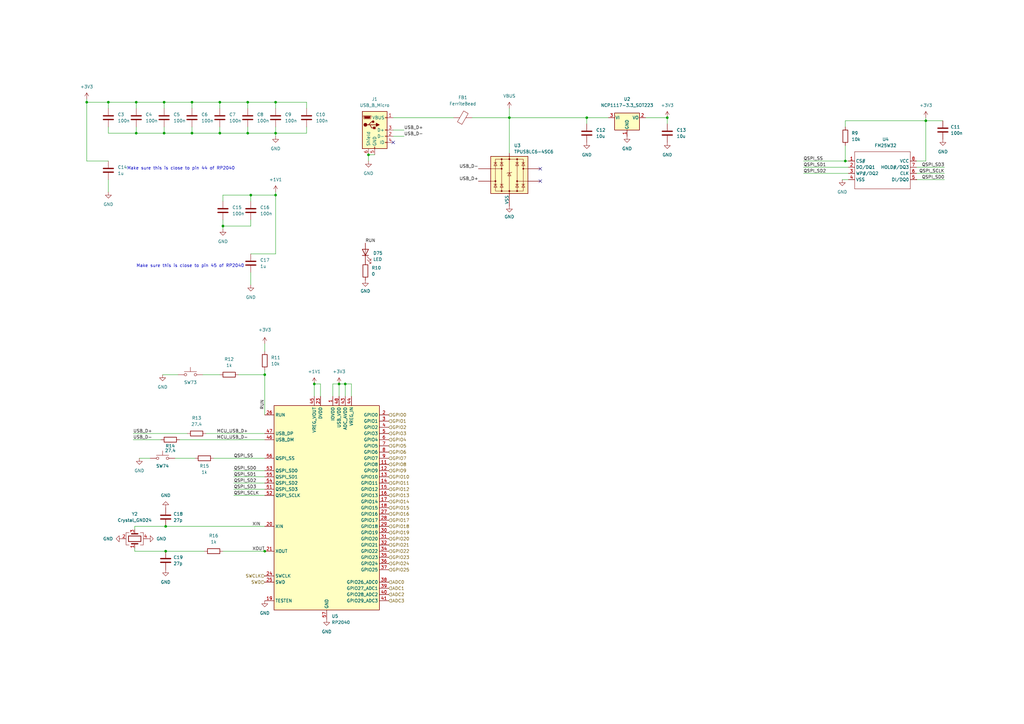
<source format=kicad_sch>
(kicad_sch (version 20211123) (generator eeschema)
  (paper "A3")
  (lib_symbols
    (symbol "Connector:USB_B_Micro" (pin_names (offset 1.016))
      (property "Reference" "J" (at -5.08 11.43 0))
      (property "Value" "USB_B_Micro" (at -5.08 8.89 0))
      (symbol "USB_B_Micro_0_1"
        (rectangle (start -5.08 -7.62) (end 5.08 7.62) (stroke (width 0.254)) (fill (type background)))
        (circle (center -3.81 2.159) (radius 0.635) (stroke (width 0.254)) (fill (type outline)))
        (circle (center -0.635 3.429) (radius 0.381) (stroke (width 0.254)) (fill (type outline)))
        (rectangle (start -0.127 -7.62) (end 0.127 -6.858))
        (polyline (pts (xy -1.905 2.159) (xy 0.635 2.159)) (stroke (width 0.254)))
        (polyline (pts (xy -3.175 2.159) (xy -2.54 2.159) (xy -1.27 3.429) (xy -0.635 3.429)) (stroke (width 0.254)))
        (polyline (pts (xy -2.54 2.159) (xy -1.905 2.159) (xy -1.27 0.889) (xy 0 0.889)) (stroke (width 0.254)))
        (polyline (pts (xy 0.635 2.794) (xy 0.635 1.524) (xy 1.905 2.159) (xy 0.635 2.794)) (stroke (width 0.254)) (fill (type outline)))
        (polyline (pts (xy -4.318 5.588) (xy -1.778 5.588) (xy -2.032 4.826) (xy -4.064 4.826) (xy -4.318 5.588)) (fill (type outline)))
        (polyline (pts (xy -4.699 5.842) (xy -4.699 5.588) (xy -4.445 4.826) (xy -4.445 4.572) (xy -1.651 4.572) (xy -1.651 4.826) (xy -1.397 5.588) (xy -1.397 5.842) (xy -4.699 5.842)))
        (rectangle (start 0.254 1.27) (end -0.508 0.508) (stroke (width 0.254)) (fill (type outline)))
        (rectangle (start 5.08 -5.207) (end 4.318 -4.953))
        (rectangle (start 5.08 -2.667) (end 4.318 -2.413))
        (rectangle (start 5.08 -0.127) (end 4.318 0.127))
        (rectangle (start 5.08 4.953) (end 4.318 5.207))
      )
      (symbol "USB_B_Micro_1_1"
        (pin power_out line (at 7.62 5.08 180) (length 2.54) (name "VBUS") (number "1"))
        (pin bidirectional line (at 7.62 -2.54 180) (length 2.54) (name "D-") (number "2"))
        (pin bidirectional line (at 7.62 0 180) (length 2.54) (name "D+") (number "3"))
        (pin passive line (at 7.62 -5.08 180) (length 2.54) (name "ID") (number "4"))
        (pin power_out line (at 0 -10.16 90) (length 2.54) (name "GND") (number "5"))
        (pin passive line (at -2.54 -10.16 90) (length 2.54) (name "Shield") (number "6"))
      )
    )
    (symbol "Device:C" (pin_numbers hide) (pin_names (offset 0.254))
      (property "Reference" "C" (at 0.635 2.54 0))
      (property "Value" "C" (at 0.635 -2.54 0))
      (symbol "C_0_1"
        (polyline (pts (xy -2.032 -0.762) (xy 2.032 -0.762)) (stroke (width 0.508)))
        (polyline (pts (xy -2.032 0.762) (xy 2.032 0.762)) (stroke (width 0.508)))
      )
      (symbol "C_1_1"
        (pin passive line (at 0 3.81 270) (length 2.794) (name "~") (number "1"))
        (pin passive line (at 0 -3.81 90) (length 2.794) (name "~") (number "2"))
      )
    )
    (symbol "Device:Crystal_GND24" (pin_names (offset 1.016) hide)
      (property "Reference" "Y" (at 3.175 5.08 0))
      (property "Value" "Crystal_GND24" (at 3.175 3.175 0))
      (symbol "Crystal_GND24_0_1"
        (rectangle (start -1.143 2.54) (end 1.143 -2.54) (stroke (width 0.3048)))
        (polyline (pts (xy -2.54 0) (xy -2.032 0)))
        (polyline (pts (xy -2.032 -1.27) (xy -2.032 1.27)) (stroke (width 0.508)))
        (polyline (pts (xy 0 -3.81) (xy 0 -3.556)))
        (polyline (pts (xy 0 3.556) (xy 0 3.81)))
        (polyline (pts (xy 2.032 -1.27) (xy 2.032 1.27)) (stroke (width 0.508)))
        (polyline (pts (xy 2.032 0) (xy 2.54 0)))
        (polyline (pts (xy -2.54 -2.286) (xy -2.54 -3.556) (xy 2.54 -3.556) (xy 2.54 -2.286)))
        (polyline (pts (xy -2.54 2.286) (xy -2.54 3.556) (xy 2.54 3.556) (xy 2.54 2.286)))
      )
      (symbol "Crystal_GND24_1_1"
        (pin passive line (at -3.81 0 0) (length 1.27) (name "1") (number "1"))
        (pin passive line (at 0 5.08 270) (length 1.27) (name "2") (number "2"))
        (pin passive line (at 3.81 0 180) (length 1.27) (name "3") (number "3"))
        (pin passive line (at 0 -5.08 90) (length 1.27) (name "4") (number "4"))
      )
    )
    (symbol "Device:FerriteBead" (pin_numbers hide) (pin_names (offset 0))
      (property "Reference" "FB" (at -3.81 0.635 90))
      (property "Value" "FerriteBead" (at 3.81 0 90))
      (symbol "FerriteBead_0_1"
        (polyline (pts (xy 0 -1.27) (xy 0 -1.2192)))
        (polyline (pts (xy 0 1.27) (xy 0 1.2954)))
        (polyline (pts (xy -2.7686 0.4064) (xy -1.7018 2.2606) (xy 2.7686 -0.3048) (xy 1.6764 -2.159) (xy -2.7686 0.4064)))
      )
      (symbol "FerriteBead_1_1"
        (pin passive line (at 0 3.81 270) (length 2.54) (name "~") (number "1"))
        (pin passive line (at 0 -3.81 90) (length 2.54) (name "~") (number "2"))
      )
    )
    (symbol "Device:LED" (pin_numbers hide) (pin_names (offset 1.016) hide)
      (property "Reference" "D" (at 0 2.54 0))
      (property "Value" "LED" (at 0 -2.54 0))
      (symbol "LED_0_1"
        (polyline (pts (xy -1.27 -1.27) (xy -1.27 1.27)) (stroke (width 0.254)))
        (polyline (pts (xy -1.27 0) (xy 1.27 0)))
        (polyline (pts (xy 1.27 -1.27) (xy 1.27 1.27) (xy -1.27 0) (xy 1.27 -1.27)) (stroke (width 0.254)))
        (polyline (pts (xy -3.048 -0.762) (xy -4.572 -2.286) (xy -3.81 -2.286) (xy -4.572 -2.286) (xy -4.572 -1.524)))
        (polyline (pts (xy -1.778 -0.762) (xy -3.302 -2.286) (xy -2.54 -2.286) (xy -3.302 -2.286) (xy -3.302 -1.524)))
      )
      (symbol "LED_1_1"
        (pin passive line (at -3.81 0 0) (length 2.54) (name "K") (number "1"))
        (pin passive line (at 3.81 0 180) (length 2.54) (name "A") (number "2"))
      )
    )
    (symbol "Device:R" (pin_numbers hide) (pin_names (offset 0))
      (property "Reference" "R" (at 2.032 0 90))
      (property "Value" "R" (at 0 0 90))
      (symbol "R_0_1"
        (rectangle (start -1.016 -2.54) (end 1.016 2.54) (stroke (width 0.254)))
      )
      (symbol "R_1_1"
        (pin passive line (at 0 3.81 270) (length 1.27) (name "~") (number "1"))
        (pin passive line (at 0 -3.81 90) (length 1.27) (name "~") (number "2"))
      )
    )
    (symbol "Library:FM25W32"
      (property "Reference" "U" (at 0 -3.81 0))
      (property "Value" "FM25W32" (at 0 11.43 0))
      (symbol "FM25W32_0_1"
        (rectangle (start -11.43 12.7) (end 11.43 -2.54))
        (rectangle (start 13.97 1.27) (end 13.97 1.27))
        (rectangle (start 13.97 1.27) (end 13.97 1.27))
        (rectangle (start 13.97 1.27) (end 13.97 1.27))
        (rectangle (start 13.97 1.27) (end 13.97 1.27))
        (rectangle (start 13.97 1.27) (end 13.97 1.27))
        (rectangle (start 13.97 1.27) (end 13.97 1.27))
        (rectangle (start 13.97 1.27) (end 13.97 1.27))
        (rectangle (start 13.97 1.27) (end 13.97 1.27))
        (rectangle (start 13.97 1.27) (end 13.97 1.27))
      )
      (symbol "FM25W32_1_1"
        (pin input line (at -13.97 8.89 0) (length 2.54) (name "CS#") (number "1"))
        (pin input line (at -13.97 6.35 0) (length 2.54) (name "DO/DQ1") (number "2"))
        (pin input line (at -13.97 3.81 0) (length 2.54) (name "WP#/DQ2") (number "3"))
        (pin input line (at -13.97 1.27 0) (length 2.54) (name "VSS") (number "4"))
        (pin input line (at 13.97 1.27 180) (length 2.54) (name "DI/DQ0") (number "5"))
        (pin input line (at 13.97 3.81 180) (length 2.54) (name "CLK") (number "6"))
        (pin input line (at 13.97 6.35 180) (length 2.54) (name "HOLD#/DQ3") (number "7"))
        (pin input line (at 13.97 8.89 180) (length 2.54) (name "VCC") (number "8"))
      )
    )
    (symbol "Library:TPUSBLC6-4SC6" (pin_numbers hide) (pin_names (offset 0))
      (property "Reference" "U" (at -19.05 10.16 0))
      (property "Value" "TPUSBLC6-4SC6" (at 8.89 -10.16 0))
      (symbol "TPUSBLC6-4SC6_0_0"
        (rectangle (start -5.715 6.477) (end 5.715 -6.604))
        (polyline (pts (xy -3.175 -6.604) (xy -3.175 6.477)))
        (polyline (pts (xy 0 6.477) (xy 0 -6.604)))
        (polyline (pts (xy 3.175 6.477) (xy 3.175 -6.604)))
      )
      (symbol "TPUSBLC6-4SC6_0_1"
        (rectangle (start -7.62 7.62) (end 7.62 -7.62) (stroke (width 0.254)) (fill (type background)))
        (circle (center -5.715 -2.54) (radius 0.2794) (fill (type outline)))
        (circle (center -3.175 -6.604) (radius 0.2794) (fill (type outline)))
        (circle (center -3.175 2.54) (radius 0.2794) (fill (type outline)))
        (circle (center -3.175 6.477) (radius 0.2794) (fill (type outline)))
        (circle (center 0 -6.604) (radius 0.2794) (fill (type outline)))
        (polyline (pts (xy -7.747 2.54) (xy -3.175 2.54)))
        (polyline (pts (xy -7.62 -2.54) (xy -5.715 -2.54)))
        (polyline (pts (xy -5.08 -3.81) (xy -6.35 -3.81)))
        (polyline (pts (xy -5.08 5.08) (xy -6.35 5.08)))
        (polyline (pts (xy -2.54 -3.81) (xy -3.81 -3.81)))
        (polyline (pts (xy -2.54 5.08) (xy -3.81 5.08)))
        (polyline (pts (xy -0.635 0.889) (xy -1.016 0.635)))
        (polyline (pts (xy 0 -6.604) (xy 0 -7.62)))
        (polyline (pts (xy 0.635 0.889) (xy -0.635 0.889)))
        (polyline (pts (xy 0.635 0.889) (xy 1.016 1.143)))
        (polyline (pts (xy 3.81 -3.81) (xy 2.54 -3.81)))
        (polyline (pts (xy 3.81 5.08) (xy 2.54 5.08)))
        (polyline (pts (xy 6.35 -3.81) (xy 5.08 -3.81)))
        (polyline (pts (xy 6.35 5.08) (xy 5.08 5.08)))
        (polyline (pts (xy 7.62 -2.54) (xy 3.175 -2.54)))
        (polyline (pts (xy 7.62 2.54) (xy 5.715 2.54)))
        (polyline (pts (xy -5.08 -5.08) (xy -6.35 -5.08) (xy -5.715 -3.81) (xy -5.08 -5.08)))
        (polyline (pts (xy -5.08 3.81) (xy -6.35 3.81) (xy -5.715 5.08) (xy -5.08 3.81)))
        (polyline (pts (xy -2.54 -5.08) (xy -3.81 -5.08) (xy -3.175 -3.81) (xy -2.54 -5.08)))
        (polyline (pts (xy -2.54 3.81) (xy -3.81 3.81) (xy -3.175 5.08) (xy -2.54 3.81)))
        (polyline (pts (xy 0.635 -0.381) (xy -0.635 -0.381) (xy 0 0.889) (xy 0.635 -0.381)))
        (polyline (pts (xy 3.81 -5.08) (xy 2.54 -5.08) (xy 3.175 -3.81) (xy 3.81 -5.08)))
        (polyline (pts (xy 3.81 3.81) (xy 2.54 3.81) (xy 3.175 5.08) (xy 3.81 3.81)))
        (polyline (pts (xy 6.35 -5.08) (xy 5.08 -5.08) (xy 5.715 -3.81) (xy 6.35 -5.08)))
        (polyline (pts (xy 6.35 3.81) (xy 5.08 3.81) (xy 5.715 5.08) (xy 6.35 3.81)))
        (circle (center 0 6.477) (radius 0.2794) (fill (type outline)))
        (circle (center 3.175 -6.604) (radius 0.2794) (fill (type outline)))
        (circle (center 3.175 -2.54) (radius 0.2794) (fill (type outline)))
        (circle (center 3.175 6.477) (radius 0.2794) (fill (type outline)))
        (circle (center 5.715 2.54) (radius 0.2794) (fill (type outline)))
      )
      (symbol "TPUSBLC6-4SC6_1_1"
        (pin passive line (at -12.7 -2.54 0) (length 5.08) (name "~") (number "1"))
        (pin power_in line (at 0 -12.7 90) (length 5.08) (name "VSS") (number "2"))
        (pin passive line (at 12.7 -2.54 180) (length 5.08) (name "~") (number "3"))
        (pin passive line (at 12.7 2.54 180) (length 5.08) (name "~") (number "4"))
        (pin power_in line (at 0 8.89 270) (length 2.54) (name "~") (number "5"))
        (pin passive line (at -12.7 2.54 0) (length 5.08) (name "~") (number "6"))
      )
    )
    (symbol "MCU_RaspberryPi:RP2040"
      (property "Reference" "U" (at 17.78 45.72 0))
      (property "Value" "RP2040" (at 17.78 43.18 0))
      (symbol "RP2040_0_1"
        (rectangle (start -21.59 41.91) (end 21.59 -41.91) (stroke (width 0.254)) (fill (type background)))
      )
      (symbol "RP2040_1_1"
        (pin power_in line (at 2.54 45.72 270) (length 3.81) (name "IOVDD") (number "1"))
        (pin passive line (at 2.54 45.72 270) (length 3.81) hide (name "IOVDD") (number "10"))
        (pin bidirectional line (at 25.4 17.78 180) (length 3.81) (name "GPIO8") (number "11"))
        (pin bidirectional line (at 25.4 15.24 180) (length 3.81) (name "GPIO9") (number "12"))
        (pin bidirectional line (at 25.4 12.7 180) (length 3.81) (name "GPIO10") (number "13"))
        (pin bidirectional line (at 25.4 10.16 180) (length 3.81) (name "GPIO11") (number "14"))
        (pin bidirectional line (at 25.4 7.62 180) (length 3.81) (name "GPIO12") (number "15"))
        (pin bidirectional line (at 25.4 5.08 180) (length 3.81) (name "GPIO13") (number "16"))
        (pin bidirectional line (at 25.4 2.54 180) (length 3.81) (name "GPIO14") (number "17"))
        (pin bidirectional line (at 25.4 0 180) (length 3.81) (name "GPIO15") (number "18"))
        (pin input line (at -25.4 -38.1 0) (length 3.81) (name "TESTEN") (number "19"))
        (pin bidirectional line (at 25.4 38.1 180) (length 3.81) (name "GPIO0") (number "2"))
        (pin input line (at -25.4 -7.62 0) (length 3.81) (name "XIN") (number "20"))
        (pin passive line (at -25.4 -17.78 0) (length 3.81) (name "XOUT") (number "21"))
        (pin passive line (at 2.54 45.72 270) (length 3.81) hide (name "IOVDD") (number "22"))
        (pin power_in line (at -2.54 45.72 270) (length 3.81) (name "DVDD") (number "23"))
        (pin output line (at -25.4 -27.94 0) (length 3.81) (name "SWCLK") (number "24"))
        (pin bidirectional line (at -25.4 -30.48 0) (length 3.81) (name "SWD") (number "25"))
        (pin input line (at -25.4 38.1 0) (length 3.81) (name "RUN") (number "26"))
        (pin bidirectional line (at 25.4 -2.54 180) (length 3.81) (name "GPIO16") (number "27"))
        (pin bidirectional line (at 25.4 -5.08 180) (length 3.81) (name "GPIO17") (number "28"))
        (pin bidirectional line (at 25.4 -7.62 180) (length 3.81) (name "GPIO18") (number "29"))
        (pin bidirectional line (at 25.4 35.56 180) (length 3.81) (name "GPIO1") (number "3"))
        (pin bidirectional line (at 25.4 -10.16 180) (length 3.81) (name "GPIO19") (number "30"))
        (pin bidirectional line (at 25.4 -12.7 180) (length 3.81) (name "GPIO20") (number "31"))
        (pin bidirectional line (at 25.4 -15.24 180) (length 3.81) (name "GPIO21") (number "32"))
        (pin passive line (at 2.54 45.72 270) (length 3.81) hide (name "IOVDD") (number "33"))
        (pin bidirectional line (at 25.4 -17.78 180) (length 3.81) (name "GPIO22") (number "34"))
        (pin bidirectional line (at 25.4 -20.32 180) (length 3.81) (name "GPIO23") (number "35"))
        (pin bidirectional line (at 25.4 -22.86 180) (length 3.81) (name "GPIO24") (number "36"))
        (pin bidirectional line (at 25.4 -25.4 180) (length 3.81) (name "GPIO25") (number "37"))
        (pin bidirectional line (at 25.4 -30.48 180) (length 3.81) (name "GPIO26_ADC0") (number "38"))
        (pin bidirectional line (at 25.4 -33.02 180) (length 3.81) (name "GPIO27_ADC1") (number "39"))
        (pin bidirectional line (at 25.4 33.02 180) (length 3.81) (name "GPIO2") (number "4"))
        (pin bidirectional line (at 25.4 -35.56 180) (length 3.81) (name "GPIO28_ADC2") (number "40"))
        (pin bidirectional line (at 25.4 -38.1 180) (length 3.81) (name "GPIO29_ADC3") (number "41"))
        (pin passive line (at 2.54 45.72 270) (length 3.81) hide (name "IOVDD") (number "42"))
        (pin power_in line (at 7.62 45.72 270) (length 3.81) (name "ADC_AVDD") (number "43"))
        (pin power_in line (at 10.16 45.72 270) (length 3.81) (name "VREG_IN") (number "44"))
        (pin power_out line (at -5.08 45.72 270) (length 3.81) (name "VREG_VOUT") (number "45"))
        (pin bidirectional line (at -25.4 27.94 0) (length 3.81) (name "USB_DM") (number "46"))
        (pin bidirectional line (at -25.4 30.48 0) (length 3.81) (name "USB_DP") (number "47"))
        (pin power_in line (at 5.08 45.72 270) (length 3.81) (name "USB_VDD") (number "48"))
        (pin passive line (at 2.54 45.72 270) (length 3.81) hide (name "IOVDD") (number "49"))
        (pin bidirectional line (at 25.4 30.48 180) (length 3.81) (name "GPIO3") (number "5"))
        (pin passive line (at -2.54 45.72 270) (length 3.81) hide (name "DVDD") (number "50"))
        (pin bidirectional line (at -25.4 7.62 0) (length 3.81) (name "QSPI_SD3") (number "51"))
        (pin output line (at -25.4 5.08 0) (length 3.81) (name "QSPI_SCLK") (number "52"))
        (pin bidirectional line (at -25.4 15.24 0) (length 3.81) (name "QSPI_SD0") (number "53"))
        (pin bidirectional line (at -25.4 10.16 0) (length 3.81) (name "QSPI_SD2") (number "54"))
        (pin bidirectional line (at -25.4 12.7 0) (length 3.81) (name "QSPI_SD1") (number "55"))
        (pin bidirectional line (at -25.4 20.32 0) (length 3.81) (name "QSPI_SS") (number "56"))
        (pin power_in line (at 0 -45.72 90) (length 3.81) (name "GND") (number "57"))
        (pin bidirectional line (at 25.4 27.94 180) (length 3.81) (name "GPIO4") (number "6"))
        (pin bidirectional line (at 25.4 25.4 180) (length 3.81) (name "GPIO5") (number "7"))
        (pin bidirectional line (at 25.4 22.86 180) (length 3.81) (name "GPIO6") (number "8"))
        (pin bidirectional line (at 25.4 20.32 180) (length 3.81) (name "GPIO7") (number "9"))
      )
    )
    (symbol "Regulator_Linear:NCP1117-3.3_SOT223" (pin_names (offset 0.254))
      (property "Reference" "U" (at -3.81 3.175 0))
      (property "Value" "NCP1117-3.3_SOT223" (at 0 3.175 0))
      (symbol "NCP1117-3.3_SOT223_0_1"
        (rectangle (start -5.08 -5.08) (end 5.08 1.905) (stroke (width 0.254)) (fill (type background)))
      )
      (symbol "NCP1117-3.3_SOT223_1_1"
        (pin power_in line (at 0 -7.62 90) (length 2.54) (name "GND") (number "1"))
        (pin power_out line (at 7.62 0 180) (length 2.54) (name "VO") (number "2"))
        (pin power_in line (at -7.62 0 0) (length 2.54) (name "VI") (number "3"))
      )
    )
    (symbol "Switch:SW_Push" (pin_numbers hide) (pin_names (offset 1.016) hide)
      (property "Reference" "SW" (at 1.27 2.54 0))
      (property "Value" "SW_Push" (at 0 -1.524 0))
      (symbol "SW_Push_0_1"
        (circle (center -2.032 0) (radius 0.508))
        (polyline (pts (xy 0 1.27) (xy 0 3.048)))
        (polyline (pts (xy 2.54 1.27) (xy -2.54 1.27)))
        (circle (center 2.032 0) (radius 0.508))
        (pin passive line (at -5.08 0 0) (length 2.54) (name "1") (number "1"))
        (pin passive line (at 5.08 0 180) (length 2.54) (name "2") (number "2"))
      )
    )
    (symbol "power:+1V1" (power) (pin_names (offset 0))
      (property "Value" "+1V1" (at 0 3.556 0))
      (symbol "+1V1_0_1"
        (polyline (pts (xy -0.762 1.27) (xy 0 2.54)))
        (polyline (pts (xy 0 0) (xy 0 2.54)))
        (polyline (pts (xy 0 2.54) (xy 0.762 1.27)))
      )
      (symbol "+1V1_1_1"
        (pin power_in line (at 0 0 90) (length 0) hide (name "+1V1") (number "1"))
      )
    )
    (symbol "power:+3V3" (power) (pin_names (offset 0))
      (property "Value" "+3V3" (at 0 3.556 0))
      (symbol "+3V3_0_1"
        (polyline (pts (xy -0.762 1.27) (xy 0 2.54)))
        (polyline (pts (xy 0 0) (xy 0 2.54)))
        (polyline (pts (xy 0 2.54) (xy 0.762 1.27)))
      )
      (symbol "+3V3_1_1"
        (pin power_in line (at 0 0 90) (length 0) hide (name "+3V3") (number "1"))
      )
    )
    (symbol "power:GND" (power) (pin_names (offset 0))
      (property "Value" "GND" (at 0 -3.81 0))
      (symbol "GND_0_1"
        (polyline (pts (xy 0 0) (xy 0 -1.27) (xy 1.27 -1.27) (xy 0 -2.54) (xy -1.27 -1.27) (xy 0 -1.27)))
      )
      (symbol "GND_1_1"
        (pin power_in line (at 0 0 270) (length 0) hide (name "GND") (number "1"))
      )
    )
    (symbol "power:VBUS" (power) (pin_names (offset 0))
      (property "Value" "VBUS" (at 0 3.81 0))
      (symbol "VBUS_0_1"
        (polyline (pts (xy -0.762 1.27) (xy 0 2.54)))
        (polyline (pts (xy 0 0) (xy 0 2.54)))
        (polyline (pts (xy 0 2.54) (xy 0.762 1.27)))
      )
      (symbol "VBUS_1_1"
        (pin power_in line (at 0 0 90) (length 0) hide (name "VBUS") (number "1"))
      )
    )
  )
  (junction (at 208.915 48.26))
  (junction (at 113.03 54.61))
  (junction (at 379.73 49.53))
  (junction (at 55.88 54.61))
  (junction (at 91.44 92.71))
  (junction (at 67.945 226.06))
  (junction (at 67.31 41.91))
  (junction (at 90.17 54.61))
  (junction (at 35.56 41.91))
  (junction (at 78.74 54.61))
  (junction (at 55.88 41.91))
  (junction (at 128.905 157.48))
  (junction (at 113.03 80.01))
  (junction (at 67.31 54.61))
  (junction (at 101.6 41.91))
  (junction (at 78.74 41.91))
  (junction (at 101.6 54.61))
  (junction (at 141.605 157.48))
  (junction (at 44.45 41.91))
  (junction (at 108.585 153.67))
  (junction (at 67.945 215.9))
  (junction (at 240.665 48.26))
  (junction (at 90.17 41.91))
  (junction (at 102.87 80.01))
  (junction (at 108.585 226.06))
  (junction (at 151.13 63.5))
  (junction (at 346.71 66.04))
  (junction (at 113.03 41.91))
  (junction (at 273.685 48.26))
  (junction (at 139.065 157.48))
  (no_connect (at 221.615 69.215))
  (no_connect (at 221.615 74.295))
  (no_connect (at 161.29 58.42))
  (wire (pts (xy 141.605 162.56) (xy 141.605 157.48)))
  (wire (pts (xy 108.585 153.67) (xy 108.585 170.18)))
  (wire (pts (xy 97.79 153.67) (xy 108.585 153.67)))
  (wire (pts (xy 345.44 73.66) (xy 347.98 73.66)))
  (wire (pts (xy 379.73 48.26) (xy 379.73 49.53)))
  (wire (pts (xy 78.74 41.91) (xy 90.17 41.91)))
  (wire (pts (xy 161.29 55.88) (xy 165.735 55.88)))
  (wire (pts (xy 66.675 153.67) (xy 73.025 153.67)))
  (wire (pts (xy 108.585 226.06) (xy 109.22 226.06)))
  (wire (pts (xy 125.73 52.07) (xy 125.73 54.61)))
  (wire (pts (xy 161.29 48.26) (xy 186.055 48.26)))
  (wire (pts (xy 151.13 66.04) (xy 151.13 63.5)))
  (wire (pts (xy 125.73 44.45) (xy 125.73 41.91)))
  (wire (pts (xy 55.88 41.91) (xy 67.31 41.91)))
  (wire (pts (xy 329.565 71.12) (xy 347.98 71.12)))
  (wire (pts (xy 108.585 151.765) (xy 108.585 153.67)))
  (wire (pts (xy 208.915 48.26) (xy 208.915 62.865)))
  (wire (pts (xy 208.915 48.26) (xy 240.665 48.26)))
  (wire (pts (xy 55.245 226.06) (xy 55.245 224.79)))
  (wire (pts (xy 101.6 41.91) (xy 101.6 44.45)))
  (wire (pts (xy 90.17 41.91) (xy 90.17 44.45)))
  (wire (pts (xy 128.905 157.48) (xy 131.445 157.48)))
  (wire (pts (xy 387.35 68.58) (xy 375.92 68.58)))
  (wire (pts (xy 329.565 66.04) (xy 346.71 66.04)))
  (wire (pts (xy 102.87 90.17) (xy 102.87 92.71)))
  (wire (pts (xy 91.44 226.06) (xy 108.585 226.06)))
  (wire (pts (xy 108.585 140.97) (xy 108.585 144.145)))
  (wire (pts (xy 71.755 187.96) (xy 80.01 187.96)))
  (wire (pts (xy 90.17 41.91) (xy 101.6 41.91)))
  (wire (pts (xy 102.87 111.76) (xy 102.87 116.84)))
  (wire (pts (xy 54.61 180.34) (xy 66.04 180.34)))
  (wire (pts (xy 240.665 48.26) (xy 249.555 48.26)))
  (wire (pts (xy 91.44 82.55) (xy 91.44 80.01)))
  (wire (pts (xy 379.73 49.53) (xy 379.73 66.04)))
  (wire (pts (xy 35.56 41.91) (xy 44.45 41.91)))
  (wire (pts (xy 101.6 54.61) (xy 101.6 52.07)))
  (wire (pts (xy 273.685 48.26) (xy 273.685 50.8)))
  (wire (pts (xy 151.13 63.5) (xy 153.67 63.5)))
  (wire (pts (xy 113.03 80.01) (xy 113.03 104.14)))
  (wire (pts (xy 102.87 80.01) (xy 102.87 82.55)))
  (wire (pts (xy 161.29 53.34) (xy 165.735 53.34)))
  (wire (pts (xy 95.885 193.04) (xy 108.585 193.04)))
  (wire (pts (xy 346.71 49.53) (xy 379.73 49.53)))
  (wire (pts (xy 83.185 153.67) (xy 90.17 153.67)))
  (wire (pts (xy 44.45 52.07) (xy 44.45 54.61)))
  (wire (pts (xy 141.605 157.48) (xy 139.065 157.48)))
  (wire (pts (xy 240.665 50.8) (xy 240.665 48.26)))
  (wire (pts (xy 113.03 78.74) (xy 113.03 80.01)))
  (wire (pts (xy 125.73 54.61) (xy 113.03 54.61)))
  (wire (pts (xy 55.88 54.61) (xy 67.31 54.61)))
  (wire (pts (xy 193.675 48.26) (xy 208.915 48.26)))
  (wire (pts (xy 379.73 49.53) (xy 386.715 49.53)))
  (wire (pts (xy 55.245 215.9) (xy 55.245 217.17)))
  (wire (pts (xy 67.31 41.91) (xy 78.74 41.91)))
  (wire (pts (xy 44.45 41.91) (xy 55.88 41.91)))
  (wire (pts (xy 102.87 92.71) (xy 91.44 92.71)))
  (wire (pts (xy 67.31 54.61) (xy 67.31 52.07)))
  (wire (pts (xy 108.585 215.9) (xy 67.945 215.9)))
  (wire (pts (xy 78.74 54.61) (xy 90.17 54.61)))
  (wire (pts (xy 95.885 195.58) (xy 108.585 195.58)))
  (wire (pts (xy 131.445 157.48) (xy 131.445 162.56)))
  (wire (pts (xy 208.915 44.45) (xy 208.915 48.26)))
  (wire (pts (xy 35.56 41.91) (xy 35.56 66.04)))
  (wire (pts (xy 44.45 54.61) (xy 55.88 54.61)))
  (wire (pts (xy 95.885 203.2) (xy 108.585 203.2)))
  (wire (pts (xy 264.795 48.26) (xy 273.685 48.26)))
  (wire (pts (xy 91.44 93.98) (xy 91.44 92.71)))
  (wire (pts (xy 95.885 198.12) (xy 108.585 198.12)))
  (wire (pts (xy 78.74 54.61) (xy 78.74 52.07)))
  (wire (pts (xy 91.44 80.01) (xy 102.87 80.01)))
  (wire (pts (xy 55.245 226.06) (xy 67.945 226.06)))
  (wire (pts (xy 346.71 52.07) (xy 346.71 49.53)))
  (wire (pts (xy 78.74 41.91) (xy 78.74 44.45)))
  (wire (pts (xy 379.73 66.04) (xy 375.92 66.04)))
  (wire (pts (xy 113.03 54.61) (xy 113.03 52.07)))
  (wire (pts (xy 144.145 162.56) (xy 144.145 157.48)))
  (wire (pts (xy 44.45 44.45) (xy 44.45 41.91)))
  (wire (pts (xy 125.73 41.91) (xy 113.03 41.91)))
  (wire (pts (xy 346.71 59.69) (xy 346.71 66.04)))
  (wire (pts (xy 329.565 68.58) (xy 347.98 68.58)))
  (wire (pts (xy 67.945 226.06) (xy 83.82 226.06)))
  (wire (pts (xy 113.03 41.91) (xy 113.03 44.45)))
  (wire (pts (xy 387.35 71.12) (xy 375.92 71.12)))
  (wire (pts (xy 67.31 41.91) (xy 67.31 44.45)))
  (wire (pts (xy 54.61 177.8) (xy 76.835 177.8)))
  (wire (pts (xy 57.15 187.96) (xy 61.595 187.96)))
  (wire (pts (xy 44.45 73.66) (xy 44.45 78.74)))
  (wire (pts (xy 55.88 54.61) (xy 55.88 52.07)))
  (wire (pts (xy 128.905 157.48) (xy 128.905 162.56)))
  (wire (pts (xy 95.885 200.66) (xy 108.585 200.66)))
  (wire (pts (xy 113.03 55.88) (xy 113.03 54.61)))
  (wire (pts (xy 90.17 54.61) (xy 90.17 52.07)))
  (wire (pts (xy 87.63 187.96) (xy 108.585 187.96)))
  (wire (pts (xy 101.6 54.61) (xy 113.03 54.61)))
  (wire (pts (xy 387.35 73.66) (xy 375.92 73.66)))
  (wire (pts (xy 91.44 92.71) (xy 91.44 90.17)))
  (wire (pts (xy 346.71 66.04) (xy 347.98 66.04)))
  (wire (pts (xy 101.6 41.91) (xy 113.03 41.91)))
  (wire (pts (xy 90.17 54.61) (xy 101.6 54.61)))
  (wire (pts (xy 67.31 54.61) (xy 78.74 54.61)))
  (wire (pts (xy 136.525 162.56) (xy 136.525 157.48)))
  (wire (pts (xy 35.56 40.64) (xy 35.56 41.91)))
  (wire (pts (xy 139.065 157.48) (xy 139.065 162.56)))
  (wire (pts (xy 144.145 157.48) (xy 141.605 157.48)))
  (wire (pts (xy 136.525 157.48) (xy 139.065 157.48)))
  (wire (pts (xy 55.88 41.91) (xy 55.88 44.45)))
  (wire (pts (xy 84.455 177.8) (xy 108.585 177.8)))
  (wire (pts (xy 67.945 215.9) (xy 55.245 215.9)))
  (wire (pts (xy 73.66 180.34) (xy 108.585 180.34)))
  (wire (pts (xy 35.56 66.04) (xy 44.45 66.04)))
  (wire (pts (xy 102.87 80.01) (xy 113.03 80.01)))
  (wire (pts (xy 113.03 104.14) (xy 102.87 104.14)))
  (text "Make sure this is close to pin 45 of RP2040" (at 55.88 109.855 0) (effects (font (size 1.27 1.27)) (justify left bottom)))
  (text "Make sure this is close to pin 44 of RP2040" (at 52.07 69.85 0) (effects (font (size 1.27 1.27)) (justify left bottom)))
  (label "USB_D+" (at 196.215 74.295 180))
  (label "QSPI_SCLK" (at 95.885 203.2 0))
  (label "MCU_USB_D-" (at 88.9 180.34 0))
  (label "RUN" (at 149.86 99.695 0))
  (label "MCU_USB_D+" (at 88.9 177.8 0))
  (label "QSPI_SCLK" (at 387.35 71.12 180))
  (label "QSPI_SD2" (at 95.885 198.12 0))
  (label "QSPI_SD0" (at 95.885 193.04 0))
  (label "USB_D+" (at 165.735 53.34 0))
  (label "QSPI_SS" (at 95.885 187.96 0))
  (label "USB_D+" (at 54.61 177.8 0))
  (label "QSPI_SD3" (at 387.35 68.58 180))
  (label "QSPI_SD3" (at 95.885 200.66 0))
  (label "USB_D-" (at 165.735 55.88 0))
  (label "USB_D-" (at 54.61 180.34 0))
  (label "QSPI_SD1" (at 95.885 195.58 0))
  (label "QSPI_SS" (at 329.565 66.04 0))
  (label "XIN" (at 103.505 215.9 0))
  (label "XOUT" (at 103.505 226.06 0))
  (label "RUN" (at 108.585 163.83 270))
  (label "QSPI_SD2" (at 329.565 71.12 0))
  (label "QSPI_SD1" (at 329.565 68.58 0))
  (label "QSPI_SD0" (at 387.35 73.66 180))
  (label "USB_D-" (at 196.215 69.215 180))
  (hierarchical_label "GPIO21" (shape input) (at 159.385 223.52 0))
  (hierarchical_label "GPIO5" (shape input) (at 159.385 182.88 0))
  (hierarchical_label "GPIO24" (shape input) (at 159.385 231.14 0))
  (hierarchical_label "GPIO8" (shape input) (at 159.385 190.5 0))
  (hierarchical_label "GPIO16" (shape input) (at 159.385 210.82 0))
  (hierarchical_label "GPIO12" (shape input) (at 159.385 200.66 0))
  (hierarchical_label "GPIO19" (shape input) (at 159.385 218.44 0))
  (hierarchical_label "GPIO14" (shape input) (at 159.385 205.74 0))
  (hierarchical_label "GPIO0" (shape input) (at 159.385 170.18 0))
  (hierarchical_label "SWCLK" (shape input) (at 108.585 236.22 180))
  (hierarchical_label "GPIO17" (shape input) (at 159.385 213.36 0))
  (hierarchical_label "GPIO1" (shape input) (at 159.385 172.72 0))
  (hierarchical_label "GPIO23" (shape input) (at 159.385 228.6 0))
  (hierarchical_label "GPIO2" (shape input) (at 159.385 175.26 0))
  (hierarchical_label "GPIO6" (shape input) (at 159.385 185.42 0))
  (hierarchical_label "GPIO25" (shape input) (at 159.385 233.68 0))
  (hierarchical_label "SWD" (shape input) (at 108.585 238.76 180))
  (hierarchical_label "GPIO11" (shape input) (at 159.385 198.12 0))
  (hierarchical_label "GPIO9" (shape input) (at 159.385 193.04 0))
  (hierarchical_label "GPIO10" (shape input) (at 159.385 195.58 0))
  (hierarchical_label "GPIO20" (shape input) (at 159.385 220.98 0))
  (hierarchical_label "GPIO18" (shape input) (at 159.385 215.9 0))
  (hierarchical_label "ADC1" (shape input) (at 159.385 241.3 0))
  (hierarchical_label "GPIO3" (shape input) (at 159.385 177.8 0))
  (hierarchical_label "ADC2" (shape input) (at 159.385 243.84 0))
  (hierarchical_label "GPIO13" (shape input) (at 159.385 203.2 0))
  (hierarchical_label "GPIO15" (shape input) (at 159.385 208.28 0))
  (hierarchical_label "ADC0" (shape input) (at 159.385 238.76 0))
  (hierarchical_label "GPIO7" (shape input) (at 159.385 187.96 0))
  (hierarchical_label "GPIO22" (shape input) (at 159.385 226.06 0))
  (hierarchical_label "ADC3" (shape input) (at 159.385 246.38 0))
  (hierarchical_label "GPIO4" (shape input) (at 159.385 180.34 0))
  (symbol (lib_id "Device:C") (at 125.73 48.26 0) (unit 1)
    (property "Reference" "C10" (at 129.54 46.9899 0) (effects (justify left)))
    (property "Value" "100n" (at 129.54 49.5299 0) (effects (justify left)))
    (property "Footprint" "Capacitor_SMD:C_0402_1005Metric" (effects hide))
    (property "LCSC" "C60474" (effects hide))
  )
  (symbol (lib_id "power:+3V3") (at 273.685 48.26 0) (unit 1)
    (property "Reference" "#PWR05" (effects hide))
    (property "Value" "+3V3" (at 273.685 43.18 0))
  )
  (symbol (lib_id "Switch:SW_Push") (at 66.675 187.96 0) (unit 1)
    (property "Reference" "SW74" (at 66.675 191.135 0))
    (property "Value" "SW_Push" (effects hide))
    (property "Footprint" "rp2040-core:BZCN TSC003A0826A" (effects hide))
    (property "LCSC" "C2888477" (effects hide))
  )
  (symbol (lib_id "Device:C") (at 90.17 48.26 0) (unit 1)
    (property "Reference" "C7" (at 93.98 46.9899 0) (effects (justify left)))
    (property "Value" "100n" (at 93.98 49.5299 0) (effects (justify left)))
    (property "Footprint" "Capacitor_SMD:C_0402_1005Metric" (effects hide))
    (property "LCSC" "C60474" (effects hide))
  )
  (symbol (lib_id "Device:C") (at 386.715 53.34 0) (unit 1)
    (property "Reference" "C11" (at 389.89 52.0699 0) (effects (justify left)))
    (property "Value" "100n" (at 389.89 54.6099 0) (effects (justify left)))
    (property "Footprint" "Capacitor_SMD:C_0402_1005Metric" (effects hide))
    (property "LCSC" "C60474" (effects hide))
  )
  (symbol (lib_id "Device:R") (at 80.645 177.8 90) (unit 1)
    (property "Reference" "R13" (at 80.645 171.45 90))
    (property "Value" "27.4" (at 80.645 173.99 90))
    (property "Footprint" "Resistor_SMD:R_0402_1005Metric" (effects hide))
    (property "LCSC" "C226391" (effects hide))
  )
  (symbol (lib_id "Device:C") (at 44.45 48.26 0) (unit 1)
    (property "Reference" "C3" (at 48.26 46.9899 0) (effects (justify left)))
    (property "Value" "100n" (at 48.26 49.5299 0) (effects (justify left)))
    (property "Footprint" "Capacitor_SMD:C_0402_1005Metric" (effects hide))
    (property "LCSC" "C60474" (effects hide))
  )
  (symbol (lib_id "power:GND") (at 257.175 55.88 0) (unit 1)
    (property "Reference" "#PWR08" (effects hide))
    (property "Value" "GND" (at 257.175 60.96 0))
  )
  (symbol (lib_id "power:GND") (at 149.86 114.935 0) (unit 1)
    (property "Reference" "#PWR018" (effects hide))
    (property "Value" "GND" (at 149.86 119.38 0))
  )
  (symbol (lib_id "power:GND") (at 67.945 233.68 0) (unit 1)
    (property "Reference" "#PWR028" (effects hide))
    (property "Value" "GND" (at 67.945 238.76 0))
  )
  (symbol (lib_id "power:+3V3") (at 379.73 48.26 0) (unit 1)
    (property "Reference" "#PWR06" (effects hide))
    (property "Value" "+3V3" (at 379.73 43.18 0))
  )
  (symbol (lib_id "power:+3V3") (at 108.585 140.97 0) (unit 1)
    (property "Reference" "#PWR020" (effects hide))
    (property "Value" "+3V3" (at 108.585 135.255 0))
  )
  (symbol (lib_id "Device:C") (at 91.44 86.36 0) (unit 1)
    (property "Reference" "C15" (at 95.25 85.0899 0) (effects (justify left)))
    (property "Value" "100n" (at 95.25 87.6299 0) (effects (justify left)))
    (property "Footprint" "Capacitor_SMD:C_0402_1005Metric" (effects hide))
    (property "LCSC" "C60474" (effects hide))
  )
  (symbol (lib_id "power:GND") (at 60.325 220.98 90) (unit 1)
    (property "Reference" "#PWR027" (effects hide))
    (property "Value" "GND" (at 64.135 220.9799 90) (effects (justify right)))
  )
  (symbol (lib_id "power:GND") (at 113.03 55.88 0) (unit 1)
    (property "Reference" "#PWR07" (effects hide))
    (property "Value" "GND" (at 113.03 60.96 0))
  )
  (symbol (lib_id "power:GND") (at 208.915 84.455 0) (unit 1)
    (property "Reference" "#PWR016" (effects hide))
    (property "Value" "GND" (at 208.915 88.9 0))
  )
  (symbol (lib_id "Device:R") (at 83.82 187.96 90) (unit 1)
    (property "Reference" "R15" (at 83.82 191.135 90))
    (property "Value" "1k" (at 83.82 193.675 90))
    (property "Footprint" "Resistor_SMD:R_0402_1005Metric" (effects hide))
    (property "LCSC" "C114949" (effects hide))
  )
  (symbol (lib_id "Device:R") (at 93.98 153.67 90) (unit 1)
    (property "Reference" "R12" (at 93.98 147.32 90))
    (property "Value" "1k" (at 93.98 149.86 90))
    (property "Footprint" "Resistor_SMD:R_0402_1005Metric" (effects hide))
    (property "LCSC" "C114949" (effects hide))
  )
  (symbol (lib_id "Library:TPUSBLC6-4SC6") (at 208.915 71.755 0) (unit 1)
    (property "Reference" "U3" (at 210.82 59.69 0) (effects (justify left)))
    (property "Value" "TPUSBLC6-4SC6" (at 210.82 62.23 0) (effects (justify left)))
    (property "Footprint" "Package_TO_SOT_SMD:SOT-23-6_Handsoldering" (effects hide))
    (property "Datasheet" "https://datasheet.lcsc.com/lcsc/2108131930_TECH-PUBLIC-TPUSBLC6-4SC6_C558419.pdf" (effects hide))
    (property "LCSC" "C558419" (effects hide))
  )
  (symbol (lib_id "power:GND") (at 240.665 58.42 0) (unit 1)
    (property "Reference" "#PWR010" (effects hide))
    (property "Value" "GND" (at 240.665 63.5 0))
  )
  (symbol (lib_id "Device:LED") (at 149.86 103.505 90) (unit 1)
    (property "Reference" "D75" (at 153.035 103.8224 90) (effects (justify right)))
    (property "Value" "LED" (at 153.035 106.3624 90) (effects (justify right)))
    (property "Footprint" "LED_SMD:LED_0603_1608Metric" (effects hide))
    (property "LCSC" "C965804" (effects hide))
  )
  (symbol (lib_id "power:+1V1") (at 128.905 157.48 0) (unit 1)
    (property "Reference" "#PWR022" (effects hide))
    (property "Value" "+1V1" (at 128.905 152.4 0))
  )
  (symbol (lib_id "Device:C") (at 67.31 48.26 0) (unit 1)
    (property "Reference" "C5" (at 71.12 46.9899 0) (effects (justify left)))
    (property "Value" "100n" (at 71.12 49.5299 0) (effects (justify left)))
    (property "Footprint" "Capacitor_SMD:C_0402_1005Metric" (effects hide))
    (property "LCSC" "C60474" (effects hide))
  )
  (symbol (lib_id "power:VBUS") (at 208.915 44.45 0) (unit 1)
    (property "Reference" "#PWR04" (effects hide))
    (property "Value" "VBUS" (at 208.915 39.37 0))
  )
  (symbol (lib_id "power:GND") (at 50.165 220.98 270) (unit 1)
    (property "Reference" "#PWR026" (effects hide))
    (property "Value" "GND" (at 46.355 220.9799 90) (effects (justify right)))
  )
  (symbol (lib_id "power:+3V3") (at 139.065 157.48 0) (unit 1)
    (property "Reference" "#PWR023" (effects hide))
    (property "Value" "+3V3" (at 139.065 152.4 0))
  )
  (symbol (lib_id "Library:FM25W32") (at 361.95 74.93 0) (unit 1)
    (property "Reference" "U4" (at 363.22 57.15 0))
    (property "Value" "FM25W32" (at 363.22 59.69 0))
    (property "Footprint" "Package_SO:SOP-8_5.28x5.23mm_P1.27mm" (effects hide))
    (property "LCSC" "C609616" (effects hide))
  )
  (symbol (lib_id "Device:R") (at 87.63 226.06 90) (unit 1)
    (property "Reference" "R16" (at 87.63 219.71 90))
    (property "Value" "1k" (at 87.63 222.25 90))
    (property "Footprint" "Resistor_SMD:R_0402_1005Metric" (effects hide))
    (property "LCSC" "C114949" (effects hide))
  )
  (symbol (lib_id "power:GND") (at 44.45 78.74 0) (unit 1)
    (property "Reference" "#PWR014" (effects hide))
    (property "Value" "GND" (at 44.45 83.82 0))
  )
  (symbol (lib_id "Device:C") (at 113.03 48.26 0) (unit 1)
    (property "Reference" "C9" (at 116.84 46.9899 0) (effects (justify left)))
    (property "Value" "100n" (at 116.84 49.5299 0) (effects (justify left)))
    (property "Footprint" "Capacitor_SMD:C_0402_1005Metric" (effects hide))
    (property "LCSC" "C60474" (effects hide))
  )
  (symbol (lib_id "Device:C") (at 101.6 48.26 0) (unit 1)
    (property "Reference" "C8" (at 105.41 46.9899 0) (effects (justify left)))
    (property "Value" "100n" (at 105.41 49.5299 0) (effects (justify left)))
    (property "Footprint" "Capacitor_SMD:C_0402_1005Metric" (effects hide))
    (property "LCSC" "C60474" (effects hide))
  )
  (symbol (lib_id "power:GND") (at 151.13 66.04 0) (unit 1)
    (property "Reference" "#PWR012" (effects hide))
    (property "Value" "GND" (at 151.13 71.12 0))
  )
  (symbol (lib_id "Device:R") (at 149.86 111.125 0) (unit 1)
    (property "Reference" "R10" (at 152.4 109.8549 0) (effects (justify left)))
    (property "Value" "0" (at 152.4 112.3949 0) (effects (justify left)))
    (property "Footprint" "Resistor_SMD:R_0402_1005Metric" (effects hide))
    (property "LCSC" "C60485" (effects hide))
  )
  (symbol (lib_id "Device:FerriteBead") (at 189.865 48.26 90) (unit 1)
    (property "Reference" "FB1" (at 189.8142 40.005 90))
    (property "Value" "FerriteBead" (at 189.8142 42.545 90))
    (property "Footprint" "Resistor_SMD:R_0402_1005Metric" (effects hide))
    (property "LCSC" "C85813" (effects hide))
  )
  (symbol (lib_id "Device:Crystal_GND24") (at 55.245 220.98 90) (unit 1)
    (property "Reference" "Y2" (at 55.245 210.82 90))
    (property "Value" "Crystal_GND24" (at 55.245 213.36 90))
    (property "Footprint" "Crystal:Crystal_SMD_3225-4Pin_3.2x2.5mm" (effects hide))
    (property "LCSC" "C9002" (effects hide))
  )
  (symbol (lib_id "power:GND") (at 57.15 187.96 0) (unit 1)
    (property "Reference" "#PWR024" (effects hide))
    (property "Value" "GND" (at 57.15 193.04 0))
  )
  (symbol (lib_id "Device:C") (at 78.74 48.26 0) (unit 1)
    (property "Reference" "C6" (at 82.55 46.9899 0) (effects (justify left)))
    (property "Value" "100n" (at 82.55 49.5299 0) (effects (justify left)))
    (property "Footprint" "Capacitor_SMD:C_0402_1005Metric" (effects hide))
    (property "LCSC" "C60474" (effects hide))
  )
  (symbol (lib_id "power:GND") (at 133.985 254 0) (unit 1)
    (property "Reference" "#PWR030" (effects hide))
    (property "Value" "GND" (at 133.985 259.08 0))
  )
  (symbol (lib_id "Device:C") (at 55.88 48.26 0) (unit 1)
    (property "Reference" "C4" (at 59.69 46.9899 0) (effects (justify left)))
    (property "Value" "100n" (at 59.69 49.5299 0) (effects (justify left)))
    (property "Footprint" "Capacitor_SMD:C_0402_1005Metric" (effects hide))
    (property "LCSC" "C60474" (effects hide))
  )
  (symbol (lib_id "power:GND") (at 67.945 208.28 180) (unit 1)
    (property "Reference" "#PWR025" (effects hide))
    (property "Value" "GND" (at 67.945 203.2 0))
  )
  (symbol (lib_id "power:GND") (at 273.685 58.42 0) (unit 1)
    (property "Reference" "#PWR011" (effects hide))
    (property "Value" "GND" (at 273.685 63.5 0))
  )
  (symbol (lib_id "power:GND") (at 345.44 73.66 0) (unit 1)
    (property "Reference" "#PWR013" (effects hide))
    (property "Value" "GND" (at 345.44 78.74 0))
  )
  (symbol (lib_id "power:GND") (at 66.675 153.67 0) (unit 1)
    (property "Reference" "#PWR021" (effects hide))
    (property "Value" "GND" (at 66.675 158.75 0))
  )
  (symbol (lib_id "power:GND") (at 386.715 57.15 0) (unit 1)
    (property "Reference" "#PWR09" (effects hide))
    (property "Value" "GND" (at 386.715 62.23 0))
  )
  (symbol (lib_id "Device:C") (at 102.87 86.36 0) (unit 1)
    (property "Reference" "C16" (at 106.68 85.0899 0) (effects (justify left)))
    (property "Value" "100n" (at 106.68 87.6299 0) (effects (justify left)))
    (property "Footprint" "Capacitor_SMD:C_0402_1005Metric" (effects hide))
    (property "LCSC" "C60474" (effects hide))
  )
  (symbol (lib_id "Device:R") (at 108.585 147.955 0) (unit 1)
    (property "Reference" "R11" (at 111.125 146.6849 0) (effects (justify left)))
    (property "Value" "10k" (at 111.125 149.2249 0) (effects (justify left)))
    (property "Footprint" "Resistor_SMD:R_0402_1005Metric" (effects hide))
    (property "LCSC" "C60490" (effects hide))
  )
  (symbol (lib_id "Device:C") (at 273.685 54.61 0) (unit 1)
    (property "Reference" "C13" (at 277.495 53.3399 0) (effects (justify left)))
    (property "Value" "10u" (at 277.495 55.8799 0) (effects (justify left)))
    (property "Footprint" "Capacitor_SMD:C_0402_1005Metric" (effects hide))
    (property "LCSC" "C85713" (effects hide))
  )
  (symbol (lib_id "Device:C") (at 102.87 107.95 0) (unit 1)
    (property "Reference" "C17" (at 106.68 106.6799 0) (effects (justify left)))
    (property "Value" "1u" (at 106.68 109.2199 0) (effects (justify left)))
    (property "Footprint" "Capacitor_SMD:C_0603_1608Metric" (effects hide))
    (property "LCSC" "C59782" (effects hide))
  )
  (symbol (lib_id "MCU_RaspberryPi:RP2040") (at 133.985 208.28 0) (unit 1)
    (property "Reference" "U5" (at 136.0044 252.73 0) (effects (justify left)))
    (property "Value" "RP2040" (at 136.0044 255.27 0) (effects (justify left)))
    (property "Footprint" "Package_DFN_QFN:QFN-56-1EP_7x7mm_P0.4mm_EP3.2x3.2mm" (effects hide))
    (property "Datasheet" "https://datasheets.raspberrypi.com/rp2040/rp2040-datasheet.pdf" (effects hide))
    (property "LCSC" "C2040" (effects hide))
  )
  (symbol (lib_id "power:GND") (at 108.585 246.38 0) (unit 1)
    (property "Reference" "#PWR029" (effects hide))
    (property "Value" "GND" (at 108.585 251.46 0))
  )
  (symbol (lib_id "Device:C") (at 67.945 229.87 0) (unit 1)
    (property "Reference" "C19" (at 71.12 228.5999 0) (effects (justify left)))
    (property "Value" "27p" (at 71.12 231.1399 0) (effects (justify left)))
    (property "Footprint" "Capacitor_SMD:C_0402_1005Metric" (effects hide))
    (property "LCSC" "C107002" (effects hide))
  )
  (symbol (lib_id "Device:C") (at 240.665 54.61 0) (unit 1)
    (property "Reference" "C12" (at 244.475 53.3399 0) (effects (justify left)))
    (property "Value" "10u" (at 244.475 55.8799 0) (effects (justify left)))
    (property "Footprint" "Capacitor_SMD:C_0402_1005Metric" (effects hide))
    (property "LCSC" "C85713" (effects hide))
  )
  (symbol (lib_id "power:+1V1") (at 113.03 78.74 0) (unit 1)
    (property "Reference" "#PWR015" (effects hide))
    (property "Value" "+1V1" (at 113.03 73.66 0))
  )
  (symbol (lib_id "power:GND") (at 91.44 93.98 0) (unit 1)
    (property "Reference" "#PWR017" (effects hide))
    (property "Value" "GND" (at 91.44 99.06 0))
  )
  (symbol (lib_id "Device:R") (at 346.71 55.88 0) (unit 1)
    (property "Reference" "R9" (at 349.25 54.6099 0) (effects (justify left)))
    (property "Value" "10k" (at 349.25 57.1499 0) (effects (justify left)))
    (property "Footprint" "Resistor_SMD:R_0402_1005Metric" (effects hide))
    (property "LCSC" "C60490" (effects hide))
  )
  (symbol (lib_id "Regulator_Linear:NCP1117-3.3_SOT223") (at 257.175 48.26 0) (unit 1)
    (property "Reference" "U2" (at 257.175 40.64 0))
    (property "Value" "NCP1117-3.3_SOT223" (at 257.175 43.18 0))
    (property "Footprint" "Package_TO_SOT_SMD:SOT-223-3_TabPin2" (effects hide))
    (property "Datasheet" "http://www.onsemi.com/pub_link/Collateral/NCP1117-D.PDF" (effects hide))
    (property "LCSC" "C26537" (effects hide))
  )
  (symbol (lib_id "power:GND") (at 102.87 116.84 0) (unit 1)
    (property "Reference" "#PWR019" (effects hide))
    (property "Value" "GND" (at 102.87 121.92 0))
  )
  (symbol (lib_id "Device:C") (at 44.45 69.85 0) (unit 1)
    (property "Reference" "C14" (at 48.26 68.5799 0) (effects (justify left)))
    (property "Value" "1u" (at 48.26 71.1199 0) (effects (justify left)))
    (property "Footprint" "Capacitor_SMD:C_0603_1608Metric" (effects hide))
    (property "LCSC" "C59782" (effects hide))
  )
  (symbol (lib_id "Device:C") (at 67.945 212.09 0) (unit 1)
    (property "Reference" "C18" (at 71.12 210.8199 0) (effects (justify left)))
    (property "Value" "27p" (at 71.12 213.3599 0) (effects (justify left)))
    (property "Footprint" "Capacitor_SMD:C_0402_1005Metric" (effects hide))
    (property "LCSC" "C107002" (effects hide))
  )
  (symbol (lib_id "Device:R") (at 69.85 180.34 90) (unit 1)
    (property "Reference" "R14" (at 69.85 182.88 90))
    (property "Value" "27.4" (at 69.85 184.785 90))
    (property "Footprint" "Resistor_SMD:R_0402_1005Metric" (effects hide))
    (property "LCSC" "C226391" (effects hide))
  )
  (symbol (lib_id "power:+3V3") (at 35.56 40.64 0) (unit 1)
    (property "Reference" "#PWR03" (effects hide))
    (property "Value" "+3V3" (at 35.56 35.56 0))
  )
  (symbol (lib_id "Connector:USB_B_Micro") (at 153.67 53.34 0) (unit 1)
    (property "Reference" "J1" (at 153.67 40.64 0))
    (property "Value" "USB_B_Micro" (at 153.67 43.18 0))
    (property "Footprint" "rp2040-core:DEALON USB-MR-D-037" (effects hide))
    (property "LCSC" "C2927008" (effects hide))
  )
  (symbol (lib_id "Switch:SW_Push") (at 78.105 153.67 0) (unit 1)
    (property "Reference" "SW73" (at 78.105 156.845 0))
    (property "Value" "SW_Push" (effects hide))
    (property "Footprint" "rp2040-core:BZCN TSC003A0826A" (effects hide))
    (property "LCSC" "C2888477" (effects hide))
  )
)
</source>
